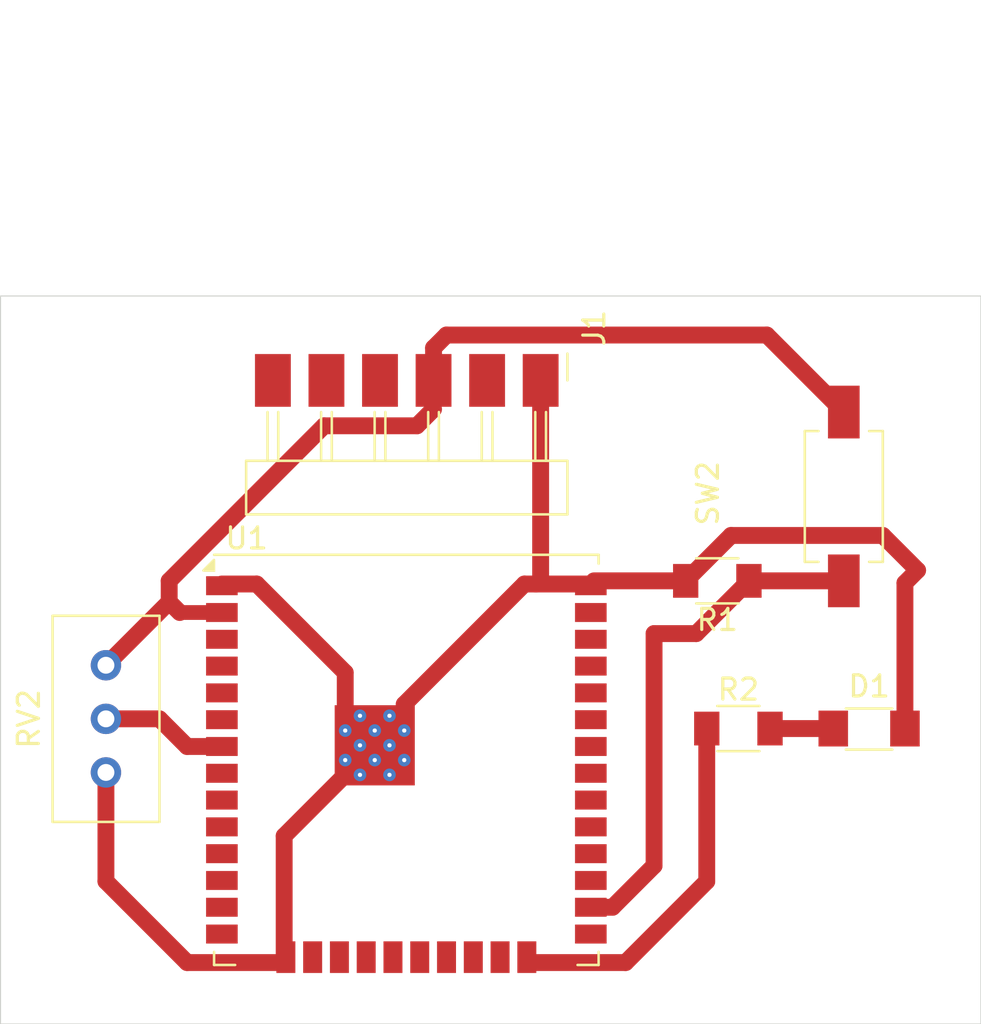
<source format=kicad_pcb>
(kicad_pcb (version 20241229) (generator "pcbnew") (generator_version "9.0")
  (layers (0 "F.Cu" signal) (2 "B.Cu" signal) (13 "F.Paste" user) (15 "B.Paste" user) (5 "F.SilkS" user "F.Silkscreen") (7 "B.SilkS" user "B.Silkscreen") (1 "F.Mask" user) (3 "B.Mask" user) (25 "Edge.Cuts" user))
  (net 0 "")
  (net 1 "GND")
  (net 2 "Net-(D1-K)")
  (net 3 "Net-(U1-IO4)")
  (net 4 "Net-(U1-VDD)")
  (net 23 "Net-(U1-IO35)")
  (net 40 "Net-(U1-IO2)")
  (footprint "fab:R_1206" (layer "F.Cu") (at 146 74 180)
    (property "Reference" "R1" (at 0 -1.85 0) (layer "F.SilkS"))
    (property "Value" "R_1206")
    (fp_line (start 1 1.07) (end -1 1.07) (stroke (width 0.12)) (layer "F.SilkS"))
    (fp_line (start -1 -1.07) (end 1 -1.07) (stroke (width 0.12)) (layer "F.SilkS"))
    (pad "1" smd rect (at -1.5 0 180) (size 1.2 1.6) (layers "F.Cu" "F.Mask" "F.Paste") (net 3 "Net-(U1-IO4)"))
    (pad "2" smd rect (at 1.5 0 180) (size 1.2 1.6) (layers "F.Cu" "F.Mask" "F.Paste") (net 1 "GND"))
  )
  (footprint "fab:Button_CnK_PTS636.0_6x3.5mm" (layer "F.Cu") (at 152 70 90)
    (property "Reference" "SW2" (at 0.15 -6.45 90) (layer "F.SilkS"))
    (property "Value" "Switch_Tactile_CnK")
    (fp_line (start 3.1 -1.85) (end -3.1 -1.85) (stroke (width 0.12)) (layer "F.SilkS"))
    (fp_line (start 3.1 -1.85) (end 3.1 -1.2) (stroke (width 0.12)) (layer "F.SilkS"))
    (fp_line (start -3.1 -1.85) (end -3.1 -1.2) (stroke (width 0.12)) (layer "F.SilkS"))
    (fp_line (start -3.1 1.2) (end -3.1 1.85) (stroke (width 0.12)) (layer "F.SilkS"))
    (fp_line (start 3.1 1.85) (end 3.1 1.2) (stroke (width 0.12)) (layer "F.SilkS"))
    (fp_line (start -3.1 1.85) (end 3.1 1.85) (stroke (width 0.12)) (layer "F.SilkS"))
    (pad "1" smd rect (at -4 0 90) (size 2.5 1.5) (layers "F.Cu" "F.Mask" "F.Paste") (net 3 "Net-(U1-IO4)"))
    (pad "2" smd rect (at 4 0 90) (size 2.5 1.5) (layers "F.Cu" "F.Mask" "F.Paste") (net 4 "Net-(U1-VDD)"))
  )
  (footprint "fab:R_1206" (layer "F.Cu") (at 147 81)
    (property "Reference" "R2" (at 0 -1.85 0) (layer "F.SilkS"))
    (property "Value" "R_1206")
    (fp_line (start -1 -1.07) (end 1 -1.07) (stroke (width 0.12)) (layer "F.SilkS"))
    (fp_line (start 1 1.07) (end -1 1.07) (stroke (width 0.12)) (layer "F.SilkS"))
    (pad "1" smd rect (at -1.5 0) (size 1.2 1.6) (layers "F.Cu" "F.Mask" "F.Paste") (net 40 "Net-(U1-IO2)"))
    (pad "2" smd rect (at 1.5 0) (size 1.2 1.6) (layers "F.Cu" "F.Mask" "F.Paste") (net 2 "Net-(D1-K)"))
  )
  (footprint "RF_Module:ESP32-WROOM-32U" (layer "F.Cu") (at 131.25 82.485)
    (property "Reference" "U1" (at -7.58 -10.5 180) (layer "F.SilkS"))
    (property "Value" "ESP32-WROOM-32U")
    (fp_line (start -9.12 -9.72) (end 9.12 -9.72) (stroke (width 0.12)) (layer "F.SilkS"))
    (fp_line (start -9.12 9.1) (end -9.12 9.72) (stroke (width 0.12)) (layer "F.SilkS"))
    (fp_line (start -9.12 9.72) (end -8.12 9.72) (stroke (width 0.12)) (layer "F.SilkS"))
    (fp_line (start 9.12 -9.72) (end 9.12 -9.3) (stroke (width 0.12)) (layer "F.SilkS"))
    (fp_line (start 9.12 9.1) (end 9.12 9.72) (stroke (width 0.12)) (layer "F.SilkS"))
    (fp_line (start 9.12 9.72) (end 8.12 9.72) (stroke (width 0.12)) (layer "F.SilkS"))
    (fp_poly (pts (xy -9.125 -8.975) (xy -9.625 -8.975) (xy -9.125 -9.475) (xy -9.125 -8.975)) (stroke (width 0.12)) (fill yes) (layer "F.SilkS"))
    (pad "1" smd rect (at -8.75 -8.255) (size 1.5 0.9) (layers "F.Cu" "F.Mask" "F.Paste") (net 1 "GND"))
    (pad "2" smd rect (at -8.75 -6.985) (size 1.5 0.9) (layers "F.Cu" "F.Mask" "F.Paste") (net 4 "Net-(U1-VDD)"))
    (pad "3" smd rect (at -8.75 -5.715) (size 1.5 0.9) (layers "F.Cu" "F.Mask" "F.Paste"))
    (pad "4" smd rect (at -8.75 -4.445) (size 1.5 0.9) (layers "F.Cu" "F.Mask" "F.Paste"))
    (pad "5" smd rect (at -8.75 -3.175) (size 1.5 0.9) (layers "F.Cu" "F.Mask" "F.Paste"))
    (pad "6" smd rect (at -8.75 -1.905) (size 1.5 0.9) (layers "F.Cu" "F.Mask" "F.Paste"))
    (pad "7" smd rect (at -8.75 -0.635) (size 1.5 0.9) (layers "F.Cu" "F.Mask" "F.Paste") (net 23 "Net-(U1-IO35)"))
    (pad "8" smd rect (at -8.75 0.635) (size 1.5 0.9) (layers "F.Cu" "F.Mask" "F.Paste"))
    (pad "9" smd rect (at -8.75 1.905) (size 1.5 0.9) (layers "F.Cu" "F.Mask" "F.Paste"))
    (pad "10" smd rect (at -8.75 3.175) (size 1.5 0.9) (layers "F.Cu" "F.Mask" "F.Paste"))
    (pad "11" smd rect (at -8.75 4.445) (size 1.5 0.9) (layers "F.Cu" "F.Mask" "F.Paste"))
    (pad "12" smd rect (at -8.75 5.715) (size 1.5 0.9) (layers "F.Cu" "F.Mask" "F.Paste"))
    (pad "13" smd rect (at -8.75 6.985) (size 1.5 0.9) (layers "F.Cu" "F.Mask" "F.Paste"))
    (pad "14" smd rect (at -8.75 8.255) (size 1.5 0.9) (layers "F.Cu" "F.Mask" "F.Paste"))
    (pad "15" smd rect (at -5.715 9.35 90) (size 1.5 0.9) (layers "F.Cu" "F.Mask" "F.Paste") (net 1 "GND"))
    (pad "16" smd rect (at -4.445 9.35 90) (size 1.5 0.9) (layers "F.Cu" "F.Mask" "F.Paste"))
    (pad "17" smd rect (at -3.175 9.35 90) (size 1.5 0.9) (layers "F.Cu" "F.Mask" "F.Paste"))
    (pad "18" smd rect (at -1.905 9.35 90) (size 1.5 0.9) (layers "F.Cu" "F.Mask" "F.Paste"))
    (pad "19" smd rect (at -0.635 9.35 90) (size 1.5 0.9) (layers "F.Cu" "F.Mask" "F.Paste"))
    (pad "20" smd rect (at 0.635 9.35 90) (size 1.5 0.9) (layers "F.Cu" "F.Mask" "F.Paste"))
    (pad "21" smd rect (at 1.905 9.35 90) (size 1.5 0.9) (layers "F.Cu" "F.Mask" "F.Paste"))
    (pad "22" smd rect (at 3.175 9.35 90) (size 1.5 0.9) (layers "F.Cu" "F.Mask" "F.Paste"))
    (pad "23" smd rect (at 4.445 9.35 90) (size 1.5 0.9) (layers "F.Cu" "F.Mask" "F.Paste"))
    (pad "24" smd rect (at 5.715 9.35 90) (size 1.5 0.9) (layers "F.Cu" "F.Mask" "F.Paste") (net 40 "Net-(U1-IO2)"))
    (pad "25" smd rect (at 8.75 8.255) (size 1.5 0.9) (layers "F.Cu" "F.Mask" "F.Paste"))
    (pad "26" smd rect (at 8.75 6.985) (size 1.5 0.9) (layers "F.Cu" "F.Mask" "F.Paste") (net 3 "Net-(U1-IO4)"))
    (pad "27" smd rect (at 8.75 5.715) (size 1.5 0.9) (layers "F.Cu" "F.Mask" "F.Paste"))
    (pad "28" smd rect (at 8.75 4.445) (size 1.5 0.9) (layers "F.Cu" "F.Mask" "F.Paste"))
    (pad "29" smd rect (at 8.75 3.175) (size 1.5 0.9) (layers "F.Cu" "F.Mask" "F.Paste"))
    (pad "30" smd rect (at 8.75 1.905) (size 1.5 0.9) (layers "F.Cu" "F.Mask" "F.Paste"))
    (pad "31" smd rect (at 8.75 0.635) (size 1.5 0.9) (layers "F.Cu" "F.Mask" "F.Paste"))
    (pad "32" smd rect (at 8.75 -0.635) (size 1.5 0.9) (layers "F.Cu" "F.Mask" "F.Paste"))
    (pad "33" smd rect (at 8.75 -1.905) (size 1.5 0.9) (layers "F.Cu" "F.Mask" "F.Paste"))
    (pad "34" smd rect (at 8.75 -3.175) (size 1.5 0.9) (layers "F.Cu" "F.Mask" "F.Paste"))
    (pad "35" smd rect (at 8.75 -4.445) (size 1.5 0.9) (layers "F.Cu" "F.Mask" "F.Paste"))
    (pad "36" smd rect (at 8.75 -5.715) (size 1.5 0.9) (layers "F.Cu" "F.Mask" "F.Paste"))
    (pad "37" smd rect (at 8.75 -6.985) (size 1.5 0.9) (layers "F.Cu" "F.Mask" "F.Paste"))
    (pad "38" smd rect (at 8.75 -8.255) (size 1.5 0.9) (layers "F.Cu" "F.Mask" "F.Paste") (net 1 "GND"))
    (pad "39" smd rect (at -2.9 -2.09) (size 0.9 0.9) (layers "F.Cu" "F.Paste") (net 1 "GND"))
    (pad "39" thru_hole circle (at -2.9 -1.39) (size 0.6 0.6) (drill 0.2) (property pad_prop_heatsink) (layers "*.Cu" "F.Mask") (net 1 "GND"))
    (pad "39" smd rect (at -2.9 -0.69) (size 0.9 0.9) (layers "F.Cu" "F.Paste") (net 1 "GND"))
    (pad "39" thru_hole circle (at -2.9 0.01) (size 0.6 0.6) (drill 0.2) (property pad_prop_heatsink) (layers "*.Cu" "F.Mask") (net 1 "GND"))
    (pad "39" smd rect (at -2.9 0.71) (size 0.9 0.9) (layers "F.Cu" "F.Paste") (net 1 "GND"))
    (pad "39" thru_hole circle (at -2.2 -2.09) (size 0.6 0.6) (drill 0.2) (property pad_prop_heatsink) (layers "*.Cu" "F.Mask") (net 1 "GND"))
    (pad "39" thru_hole circle (at -2.2 -0.69) (size 0.6 0.6) (drill 0.2) (property pad_prop_heatsink) (layers "*.Cu" "F.Mask") (net 1 "GND"))
    (pad "39" thru_hole circle (at -2.2 0.71) (size 0.6 0.6) (drill 0.2) (property pad_prop_heatsink) (layers "*.Cu" "F.Mask") (net 1 "GND"))
    (pad "39" smd rect (at -1.5 -2.09) (size 0.9 0.9) (layers "F.Cu" "F.Paste") (net 1 "GND"))
    (pad "39" thru_hole circle (at -1.5 -1.39) (size 0.6 0.6) (drill 0.2) (property pad_prop_heatsink) (layers "*.Cu" "F.Mask") (net 1 "GND"))
    (pad "39" smd rect (at -1.5 -0.69) (size 0.9 0.9) (layers "F.Cu" "F.Paste") (net 1 "GND"))
    (pad "39" smd rect (at -1.5 -0.69) (size 3.8 3.8) (property pad_prop_heatsink) (layers "F.Cu" "F.Mask") (net 1 "GND"))
    (pad "39" thru_hole circle (at -1.5 0.01) (size 0.6 0.6) (drill 0.2) (property pad_prop_heatsink) (layers "*.Cu" "F.Mask") (net 1 "GND"))
    (pad "39" smd rect (at -1.5 0.71) (size 0.9 0.9) (layers "F.Cu" "F.Paste") (net 1 "GND"))
    (pad "39" thru_hole circle (at -0.8 -2.09) (size 0.6 0.6) (drill 0.2) (property pad_prop_heatsink) (layers "*.Cu" "F.Mask") (net 1 "GND"))
    (pad "39" thru_hole circle (at -0.8 -0.69) (size 0.6 0.6) (drill 0.2) (property pad_prop_heatsink) (layers "*.Cu" "F.Mask") (net 1 "GND"))
    (pad "39" thru_hole circle (at -0.8 0.71) (size 0.6 0.6) (drill 0.2) (property pad_prop_heatsink) (layers "*.Cu" "F.Mask") (net 1 "GND"))
    (pad "39" smd rect (at -0.1 -2.09) (size 0.9 0.9) (layers "F.Cu" "F.Paste") (net 1 "GND"))
    (pad "39" thru_hole circle (at -0.1 -1.39) (size 0.6 0.6) (drill 0.2) (property pad_prop_heatsink) (layers "*.Cu" "F.Mask") (net 1 "GND"))
    (pad "39" smd rect (at -0.1 -0.69) (size 0.9 0.9) (layers "F.Cu" "F.Paste") (net 1 "GND"))
    (pad "39" thru_hole circle (at -0.1 0.01) (size 0.6 0.6) (drill 0.2) (property pad_prop_heatsink) (layers "*.Cu" "F.Mask") (net 1 "GND"))
    (pad "39" smd rect (at -0.1 0.71) (size 0.9 0.9) (layers "F.Cu" "F.Paste") (net 1 "GND"))
  )
  (footprint "Potentiometer_THT:Potentiometer_Bourns_3296W_Vertical" (layer "F.Cu") (at 117 78 90)
    (property "Reference" "RV2" (at -2.54 -3.66 90) (layer "F.SilkS"))
    (property "Value" "R_POT_10K_Trimmer")
    (fp_line (start 2.345 -2.53) (end 2.345 2.54) (stroke (width 0.12)) (layer "F.SilkS"))
    (fp_line (start -7.425 -2.53) (end 2.345 -2.53) (stroke (width 0.12)) (layer "F.SilkS"))
    (fp_line (start -7.425 -2.53) (end -7.425 2.54) (stroke (width 0.12)) (layer "F.SilkS"))
    (fp_line (start -7.425 2.54) (end 2.345 2.54) (stroke (width 0.12)) (layer "F.SilkS"))
    (pad "1" thru_hole circle (at 0 0 90) (size 1.44 1.44) (drill 0.8) (layers "*.Cu" "*.Mask") (net 4 "Net-(U1-VDD)"))
    (pad "2" thru_hole circle (at -2.54 0 90) (size 1.44 1.44) (drill 0.8) (layers "*.Cu" "*.Mask") (net 23 "Net-(U1-IO35)"))
    (pad "3" thru_hole circle (at -5.08 0 90) (size 1.44 1.44) (drill 0.8) (layers "*.Cu" "*.Mask") (net 1 "GND"))
  )
  (footprint "fab:LED_1206" (layer "F.Cu") (at 153.2 81)
    (property "Reference" "D1" (at 0 -2 0) (layer "F.SilkS"))
    (property "Value" "LED_1206")
    (fp_line (start -1.1 -0.95) (end 1.1 -0.95) (stroke (width 0.12)) (layer "F.SilkS"))
    (fp_line (start -1.1 1) (end 1.1 1) (stroke (width 0.12)) (layer "F.SilkS"))
    (pad "1" smd rect (at -1.7 0) (size 1.4 1.7) (layers "F.Cu" "F.Mask" "F.Paste") (net 2 "Net-(D1-K)"))
    (pad "2" smd rect (at 1.7 0) (size 1.4 1.7) (layers "F.Cu" "F.Mask" "F.Paste") (net 1 "GND"))
  )
  (footprint "fab:PinHeader_1x06_P2.54mm_Horizontal_SMD" (layer "F.Cu") (at 137.62 64.5 -90)
    (property "Reference" "J1" (at -1.524 -2.54 90) (layer "F.SilkS") (effects (justify left)))
    (property "Value" "Conn_PinHeader_FTDI_1x06_P2.54mm_Horizontal_SMD")
    (fp_line (start 3.81 13.97) (end 3.81 -1.27) (stroke (width 0.12)) (layer "F.SilkS"))
    (fp_line (start 6.35 13.97) (end 3.81 13.97) (stroke (width 0.12)) (layer "F.SilkS"))
    (fp_line (start 3.81 12.954) (end 1.5 12.954) (stroke (width 0.12)) (layer "F.SilkS"))
    (fp_line (start 3.81 12.446) (end 1.5 12.446) (stroke (width 0.12)) (layer "F.SilkS"))
    (fp_line (start 3.81 10.414) (end 1.5 10.414) (stroke (width 0.12)) (layer "F.SilkS"))
    (fp_line (start 3.81 9.906) (end 1.5 9.906) (stroke (width 0.12)) (layer "F.SilkS"))
    (fp_line (start 3.81 7.874) (end 1.5 7.874) (stroke (width 0.12)) (layer "F.SilkS"))
    (fp_line (start 3.81 7.366) (end 1.5 7.366) (stroke (width 0.12)) (layer "F.SilkS"))
    (fp_line (start 3.81 5.334) (end 1.5 5.334) (stroke (width 0.12)) (layer "F.SilkS"))
    (fp_line (start 3.81 4.826) (end 1.5 4.826) (stroke (width 0.12)) (layer "F.SilkS"))
    (fp_line (start 3.81 2.794) (end 1.5 2.794) (stroke (width 0.12)) (layer "F.SilkS"))
    (fp_line (start 3.81 2.286) (end 1.5 2.286) (stroke (width 0.12)) (layer "F.SilkS"))
    (fp_line (start 3.81 0.254) (end 1.5 0.254) (stroke (width 0.12)) (layer "F.SilkS"))
    (fp_line (start 3.81 -0.254) (end 1.5 -0.254) (stroke (width 0.12)) (layer "F.SilkS"))
    (fp_line (start -1.27 -1.27) (end 0 -1.27) (stroke (width 0.12)) (layer "F.SilkS"))
    (fp_line (start 3.81 -1.27) (end 6.35 -1.27) (stroke (width 0.12)) (layer "F.SilkS"))
    (fp_line (start 6.35 -1.27) (end 6.35 13.97) (stroke (width 0.12)) (layer "F.SilkS"))
    (pad "1" smd rect (at 0 0 270) (size 2.5 1.7) (layers "F.Cu" "F.Mask" "F.Paste") (net 1 "GND"))
    (pad "2" smd rect (at 0 2.54 270) (size 2.5 1.7) (layers "F.Cu" "F.Mask" "F.Paste"))
    (pad "3" smd rect (at 0 5.08 270) (size 2.5 1.7) (layers "F.Cu" "F.Mask" "F.Paste") (net 4 "Net-(U1-VDD)"))
    (pad "4" smd rect (at 0 7.62 270) (size 2.5 1.7) (layers "F.Cu" "F.Mask" "F.Paste"))
    (pad "5" smd rect (at 0 10.16 270) (size 2.5 1.7) (layers "F.Cu" "F.Mask" "F.Paste"))
    (pad "6" smd rect (at 0 12.7 270) (size 2.5 1.7) (layers "F.Cu" "F.Mask" "F.Paste"))
  )
  (gr_poly (pts (xy 112 60.5) (xy 112 95) (xy 158.5 95) (xy 158.5 60.5)) (stroke (width 0.05)) (fill no) (layer "Edge.Cuts"))
  (segment (start 128.35 82.495) (end 129.05 83.195) (width 0.8) (layer "F.Cu") (net 1))
  (segment (start 144.5 74) (end 140.149 74) (width 0.8) (layer "F.Cu") (net 1))
  (segment (start 125.454 91.916) (end 125.454 86.091) (width 0.8) (layer "F.Cu") (net 1))
  (segment (start 128.35 83.195) (end 128.35 82.495) (width 0.8) (layer "F.Cu") (net 1))
  (segment (start 153.849 71.849) (end 155.5 73.5) (width 0.8) (layer "F.Cu") (net 1))
  (segment (start 137.62 64.5) (end 137.62 73.925) (width 0.8) (layer "F.Cu") (net 1))
  (segment (start 154.9 74.1) (end 154.9 81) (width 0.8) (layer "F.Cu") (net 1))
  (segment (start 129.05 80.395) (end 128.35 80.395) (width 0.8) (layer "F.Cu") (net 1))
  (segment (start 128.35 80.395) (end 128.35 81.095) (width 0.8) (layer "F.Cu") (net 1))
  (segment (start 131.15 79.85) (end 136.851 74.149) (width 0.8) (layer "F.Cu") (net 1))
  (segment (start 128.35 78.348) (end 124.151 74.149) (width 0.8) (layer "F.Cu") (net 1))
  (segment (start 117 88.242) (end 120.849 92.091) (width 0.8) (layer "F.Cu") (net 1))
  (segment (start 125.279 92.091) (end 125.454 91.916) (width 0.2) (layer "F.Cu") (net 1))
  (segment (start 125.454 86.091) (end 128.35 83.195) (width 0.8) (layer "F.Cu") (net 1))
  (segment (start 120.849 92.091) (end 125.279 92.091) (width 0.8) (layer "F.Cu") (net 1))
  (segment (start 136.851 74.149) (end 137.396 74.149) (width 0.8) (layer "F.Cu") (net 1))
  (segment (start 124.151 74.149) (end 122.5 74.149) (width 0.8) (layer "F.Cu") (net 1))
  (segment (start 117 83.08) (end 117 88.242) (width 0.8) (layer "F.Cu") (net 1))
  (segment (start 137.396 74.149) (end 140 74.149) (width 0.8) (layer "F.Cu") (net 1))
  (segment (start 144.5 74) (end 146.651 71.849) (width 0.8) (layer "F.Cu") (net 1))
  (segment (start 146.651 71.849) (end 153.849 71.849) (width 0.8) (layer "F.Cu") (net 1))
  (segment (start 140.149 74) (end 140 74.149) (width 0.2) (layer "F.Cu") (net 1))
  (segment (start 128.35 80.395) (end 128.35 78.348) (width 0.8) (layer "F.Cu") (net 1))
  (segment (start 137.62 73.925) (end 137.396 74.149) (width 0.2) (layer "F.Cu") (net 1))
  (segment (start 131.15 80.395) (end 131.15 79.85) (width 0.8) (layer "F.Cu") (net 1))
  (segment (start 155.5 73.5) (end 154.9 74.1) (width 0.8) (layer "F.Cu") (net 1))
  (segment (start 148.5 81) (end 151.5 81) (width 0.8) (layer "F.Cu") (net 2))
  (segment (start 141.03 89.47) (end 143 87.5) (width 0.8) (layer "F.Cu") (net 3))
  (segment (start 147.5 74) (end 152 74) (width 0.8) (layer "F.Cu") (net 3))
  (segment (start 140 89.47) (end 141.03 89.47) (width 0.8) (layer "F.Cu") (net 3))
  (segment (start 143 76.5) (end 145 76.5) (width 0.8) (layer "F.Cu") (net 3))
  (segment (start 143 87.5) (end 143 76.5) (width 0.8) (layer "F.Cu") (net 3))
  (segment (start 145 76.5) (end 147.5 74) (width 0.8) (layer "F.Cu") (net 3))
  (segment (start 133.151 62.349) (end 132.54 62.96) (width 0.8) (layer "F.Cu") (net 4))
  (segment (start 132.54 62.96) (end 132.54 64.5) (width 0.8) (layer "F.Cu") (net 4))
  (segment (start 127.349 66.651) (end 120 74) (width 0.8) (layer "F.Cu") (net 4))
  (segment (start 148.349 62.349) (end 133.151 62.349) (width 0.8) (layer "F.Cu") (net 4))
  (segment (start 131.751 66.651) (end 127.349 66.651) (width 0.8) (layer "F.Cu") (net 4))
  (segment (start 132.54 64.5) (end 132.54 65.862) (width 0.2) (layer "F.Cu") (net 4))
  (segment (start 117 78) (end 120 75) (width 0.8) (layer "F.Cu") (net 4))
  (segment (start 120 75) (end 120.5 75.5) (width 0.8) (layer "F.Cu") (net 4))
  (segment (start 132.54 65.862) (end 131.751 66.651) (width 0.8) (layer "F.Cu") (net 4))
  (segment (start 120.5 75.5) (end 122.5 75.5) (width 0.7) (layer "F.Cu") (net 4))
  (segment (start 152 66) (end 148.349 62.349) (width 0.8) (layer "F.Cu") (net 4))
  (segment (start 120 74) (end 120 75) (width 0.8) (layer "F.Cu") (net 4))
  (segment (start 119.539 80.54) (end 120.849 81.85) (width 0.8) (layer "F.Cu") (net 23))
  (segment (start 122.5 81.85) (end 120.849 81.85) (width 0.8) (layer "F.Cu") (net 23))
  (segment (start 117 80.54) (end 119.539 80.54) (width 0.8) (layer "F.Cu") (net 23))
  (segment (start 137.302 92.091) (end 137.046 91.835) (width 0.2) (layer "F.Cu") (net 40))
  (segment (start 145.5 81) (end 145.5 88.242) (width 0.8) (layer "F.Cu") (net 40))
  (segment (start 145.5 88.242) (end 141.651 92.091) (width 0.8) (layer "F.Cu") (net 40))
  (segment (start 141.651 92.091) (end 137.302 92.091) (width 0.8) (layer "F.Cu") (net 40))
)
</source>
